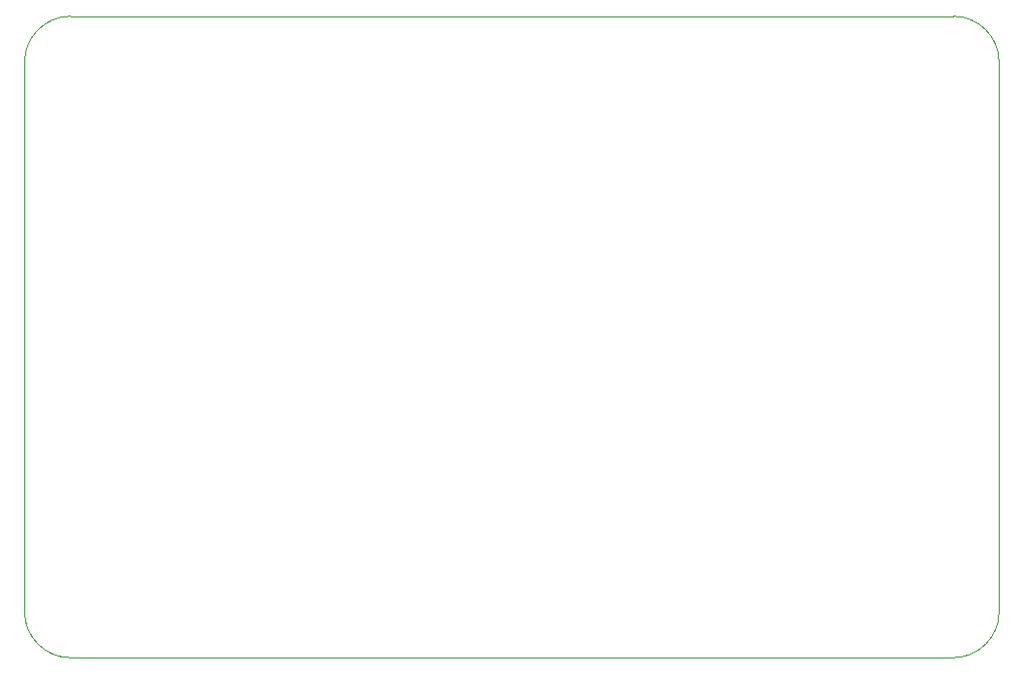
<source format=gbr>
%TF.GenerationSoftware,KiCad,Pcbnew,5.1.10-88a1d61d58~90~ubuntu20.04.1*%
%TF.CreationDate,2021-10-06T22:50:43-04:00*%
%TF.ProjectId,jrgbwww24,6a726762-7777-4773-9234-2e6b69636164,rev?*%
%TF.SameCoordinates,Original*%
%TF.FileFunction,Profile,NP*%
%FSLAX46Y46*%
G04 Gerber Fmt 4.6, Leading zero omitted, Abs format (unit mm)*
G04 Created by KiCad (PCBNEW 5.1.10-88a1d61d58~90~ubuntu20.04.1) date 2021-10-06 22:50:43*
%MOMM*%
%LPD*%
G01*
G04 APERTURE LIST*
%TA.AperFunction,Profile*%
%ADD10C,0.050000*%
%TD*%
G04 APERTURE END LIST*
D10*
X94000000Y-116000000D02*
X171000000Y-116000000D01*
X90000000Y-64000000D02*
X90000000Y-112000000D01*
X171000000Y-60000000D02*
X94000000Y-60000000D01*
X175000000Y-64000000D02*
X175000000Y-112000000D01*
X175000000Y-112000000D02*
G75*
G02*
X171000000Y-116000000I-4000000J0D01*
G01*
X94000000Y-116000000D02*
G75*
G02*
X90000000Y-112000000I0J4000000D01*
G01*
X90000000Y-64000000D02*
G75*
G02*
X94000000Y-60000000I4000000J0D01*
G01*
X171000000Y-60000000D02*
G75*
G02*
X175000000Y-64000000I0J-4000000D01*
G01*
M02*

</source>
